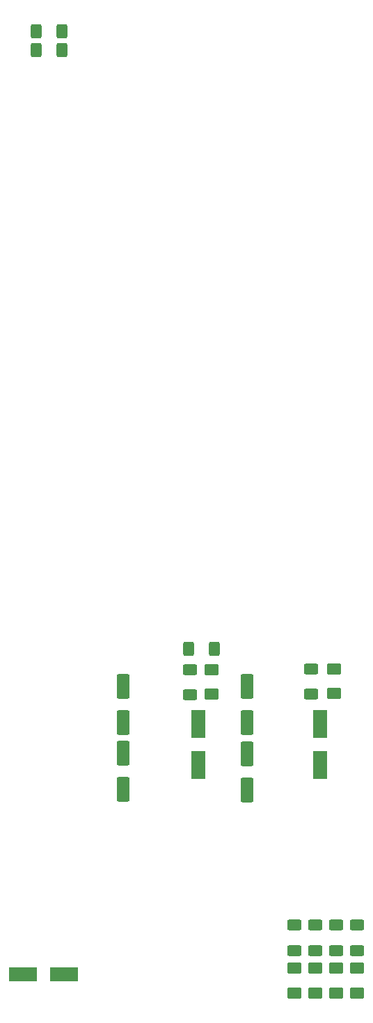
<source format=gbr>
%TF.GenerationSoftware,KiCad,Pcbnew,(6.0.2)*%
%TF.CreationDate,2022-07-06T01:18:05+02:00*%
%TF.ProjectId,MainBoard-2023,4d61696e-426f-4617-9264-2d323032332e,rev?*%
%TF.SameCoordinates,Original*%
%TF.FileFunction,Paste,Top*%
%TF.FilePolarity,Positive*%
%FSLAX46Y46*%
G04 Gerber Fmt 4.6, Leading zero omitted, Abs format (unit mm)*
G04 Created by KiCad (PCBNEW (6.0.2)) date 2022-07-06 01:18:05*
%MOMM*%
%LPD*%
G01*
G04 APERTURE LIST*
G04 Aperture macros list*
%AMRoundRect*
0 Rectangle with rounded corners*
0 $1 Rounding radius*
0 $2 $3 $4 $5 $6 $7 $8 $9 X,Y pos of 4 corners*
0 Add a 4 corners polygon primitive as box body*
4,1,4,$2,$3,$4,$5,$6,$7,$8,$9,$2,$3,0*
0 Add four circle primitives for the rounded corners*
1,1,$1+$1,$2,$3*
1,1,$1+$1,$4,$5*
1,1,$1+$1,$6,$7*
1,1,$1+$1,$8,$9*
0 Add four rect primitives between the rounded corners*
20,1,$1+$1,$2,$3,$4,$5,0*
20,1,$1+$1,$4,$5,$6,$7,0*
20,1,$1+$1,$6,$7,$8,$9,0*
20,1,$1+$1,$8,$9,$2,$3,0*%
G04 Aperture macros list end*
%ADD10RoundRect,0.250000X-0.550000X1.250000X-0.550000X-1.250000X0.550000X-1.250000X0.550000X1.250000X0*%
%ADD11R,3.500000X1.800000*%
%ADD12RoundRect,0.250000X0.625000X-0.400000X0.625000X0.400000X-0.625000X0.400000X-0.625000X-0.400000X0*%
%ADD13RoundRect,0.250000X-0.625000X0.400000X-0.625000X-0.400000X0.625000X-0.400000X0.625000X0.400000X0*%
%ADD14RoundRect,0.250000X0.550000X-1.250000X0.550000X1.250000X-0.550000X1.250000X-0.550000X-1.250000X0*%
%ADD15RoundRect,0.250001X0.624999X-0.462499X0.624999X0.462499X-0.624999X0.462499X-0.624999X-0.462499X0*%
%ADD16RoundRect,0.250000X0.400000X0.625000X-0.400000X0.625000X-0.400000X-0.625000X0.400000X-0.625000X0*%
%ADD17R,1.800000X3.500000*%
%ADD18RoundRect,0.250000X-0.400000X-0.625000X0.400000X-0.625000X0.400000X0.625000X-0.400000X0.625000X0*%
G04 APERTURE END LIST*
D10*
%TO.C,C2*%
X110012000Y-114854000D03*
X110012000Y-119254000D03*
%TD*%
D11*
%TO.C,D4*%
X97830000Y-149860000D03*
X102830000Y-149860000D03*
%TD*%
D12*
%TO.C,R4*%
X138430000Y-146965000D03*
X138430000Y-143865000D03*
%TD*%
D13*
%TO.C,R2*%
X118110000Y-112750000D03*
X118110000Y-115850000D03*
%TD*%
D10*
%TO.C,C8*%
X125095000Y-114822500D03*
X125095000Y-119222500D03*
%TD*%
D14*
%TO.C,C7*%
X125095000Y-127432500D03*
X125095000Y-123032500D03*
%TD*%
D12*
%TO.C,R3*%
X133350000Y-146965000D03*
X133350000Y-143865000D03*
%TD*%
D15*
%TO.C,D9*%
X130810000Y-152120000D03*
X130810000Y-149145000D03*
%TD*%
D16*
%TO.C,R22*%
X102515000Y-37338000D03*
X99415000Y-37338000D03*
%TD*%
D15*
%TO.C,D8*%
X135636000Y-115660500D03*
X135636000Y-112685500D03*
%TD*%
D13*
%TO.C,R17*%
X132842000Y-112670000D03*
X132842000Y-115770000D03*
%TD*%
D17*
%TO.C,D7*%
X133985000Y-124380000D03*
X133985000Y-119380000D03*
%TD*%
D18*
%TO.C,R6*%
X117957000Y-110236000D03*
X121057000Y-110236000D03*
%TD*%
D15*
%TO.C,D3*%
X120777000Y-115787500D03*
X120777000Y-112812500D03*
%TD*%
%TO.C,D5*%
X133350000Y-152120000D03*
X133350000Y-149145000D03*
%TD*%
D14*
%TO.C,C1*%
X110012000Y-127382000D03*
X110012000Y-122982000D03*
%TD*%
D16*
%TO.C,R21*%
X102515000Y-35052000D03*
X99415000Y-35052000D03*
%TD*%
D17*
%TO.C,D2*%
X119156000Y-124420000D03*
X119156000Y-119420000D03*
%TD*%
D15*
%TO.C,D1*%
X135890000Y-152120000D03*
X135890000Y-149145000D03*
%TD*%
D12*
%TO.C,R5*%
X130810000Y-146965000D03*
X130810000Y-143865000D03*
%TD*%
%TO.C,R1*%
X135890000Y-146965000D03*
X135890000Y-143865000D03*
%TD*%
D15*
%TO.C,D6*%
X138430000Y-152120000D03*
X138430000Y-149145000D03*
%TD*%
M02*

</source>
